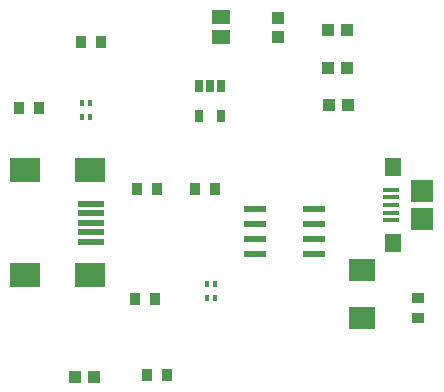
<source format=gtp>
G04*
G04 #@! TF.GenerationSoftware,Altium Limited,Altium Designer,19.1.5 (86)*
G04*
G04 Layer_Color=8421504*
%FSLAX25Y25*%
%MOIN*%
G70*
G01*
G75*
%ADD15R,0.03937X0.03937*%
%ADD16R,0.07480X0.07480*%
%ADD17R,0.05512X0.06299*%
%ADD18R,0.05315X0.01575*%
%ADD19R,0.05906X0.05118*%
%ADD20R,0.07756X0.02244*%
%ADD21R,0.08858X0.07677*%
%ADD22R,0.03543X0.03937*%
%ADD23R,0.01575X0.01968*%
%ADD24R,0.09055X0.01968*%
%ADD25R,0.09843X0.07874*%
%ADD26R,0.03937X0.03937*%
%ADD27R,0.03937X0.03543*%
%ADD28R,0.02800X0.03900*%
D15*
X34650Y17000D02*
D03*
X28350D02*
D03*
X119000Y132500D02*
D03*
X112701D02*
D03*
X119000Y120000D02*
D03*
X112701D02*
D03*
X119150Y107500D02*
D03*
X112850D02*
D03*
D16*
X144000Y79000D02*
D03*
Y69551D02*
D03*
D17*
X134354Y86874D02*
D03*
Y61677D02*
D03*
D18*
X133468Y79394D02*
D03*
Y76835D02*
D03*
Y74276D02*
D03*
Y71716D02*
D03*
Y69157D02*
D03*
D19*
X77000Y130154D02*
D03*
Y136846D02*
D03*
D20*
X88256Y73000D02*
D03*
Y68000D02*
D03*
Y63000D02*
D03*
Y58000D02*
D03*
X107744D02*
D03*
Y63000D02*
D03*
Y68000D02*
D03*
Y73000D02*
D03*
D21*
X124000Y36528D02*
D03*
Y52472D02*
D03*
D22*
X16346Y106500D02*
D03*
X9653D02*
D03*
X74847Y79500D02*
D03*
X68154D02*
D03*
X55500D02*
D03*
X48807D02*
D03*
X54847Y43000D02*
D03*
X48154D02*
D03*
X58846Y17500D02*
D03*
X52153D02*
D03*
X37000Y128500D02*
D03*
X30307D02*
D03*
D23*
X33378Y108362D02*
D03*
X30622D02*
D03*
Y103638D02*
D03*
X33378D02*
D03*
X72122Y43138D02*
D03*
X74878D02*
D03*
Y47862D02*
D03*
X72122D02*
D03*
D24*
X33736Y68339D02*
D03*
Y71488D02*
D03*
Y74638D02*
D03*
Y65189D02*
D03*
Y62039D02*
D03*
D25*
X11689Y85858D02*
D03*
X33342D02*
D03*
Y50819D02*
D03*
X11689D02*
D03*
D26*
X96000Y136650D02*
D03*
Y130350D02*
D03*
D27*
X142500Y43347D02*
D03*
Y36654D02*
D03*
D28*
X76950Y103800D02*
D03*
X69450D02*
D03*
X69500Y114000D02*
D03*
X73200D02*
D03*
X76900D02*
D03*
M02*

</source>
